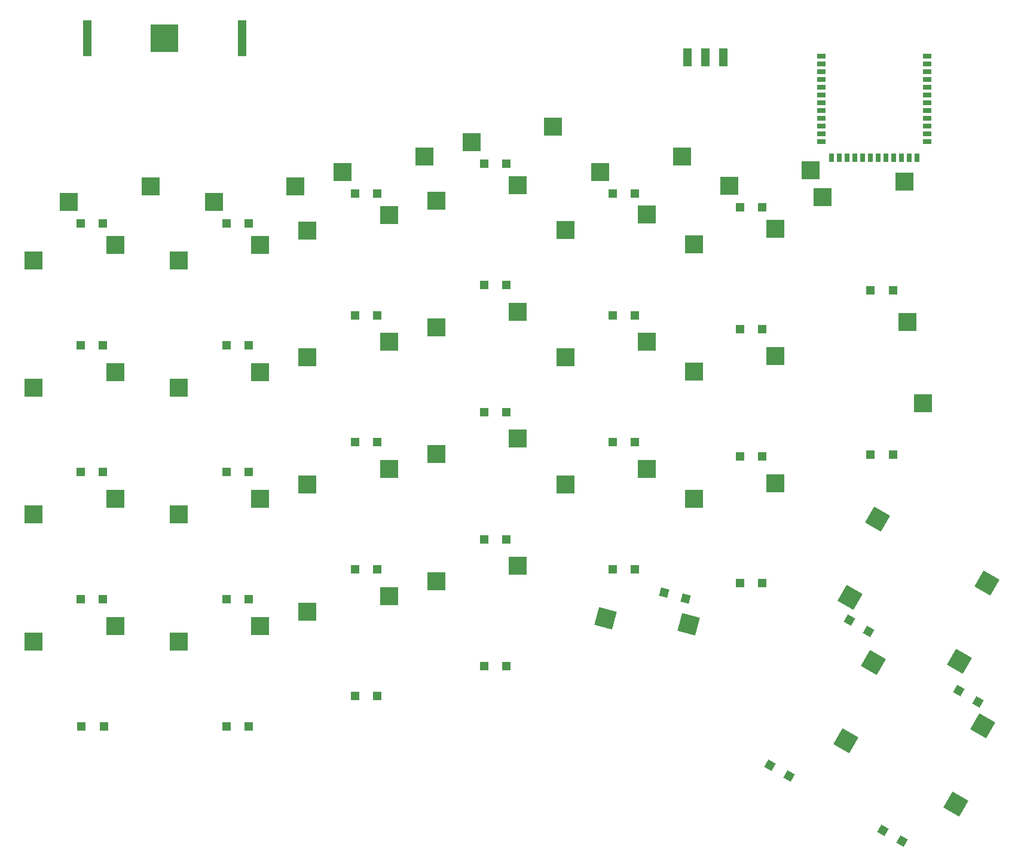
<source format=gtp>
G04 #@! TF.GenerationSoftware,KiCad,Pcbnew,7.0.2*
G04 #@! TF.CreationDate,2023-04-27T22:28:51+02:00*
G04 #@! TF.ProjectId,redox_rev1,7265646f-785f-4726-9576-312e6b696361,1.0*
G04 #@! TF.SameCoordinates,Original*
G04 #@! TF.FileFunction,Paste,Top*
G04 #@! TF.FilePolarity,Positive*
%FSLAX46Y46*%
G04 Gerber Fmt 4.6, Leading zero omitted, Abs format (unit mm)*
G04 Created by KiCad (PCBNEW 7.0.2) date 2023-04-27 22:28:51*
%MOMM*%
%LPD*%
G01*
G04 APERTURE LIST*
G04 Aperture macros list*
%AMRotRect*
0 Rectangle, with rotation*
0 The origin of the aperture is its center*
0 $1 length*
0 $2 width*
0 $3 Rotation angle, in degrees counterclockwise*
0 Add horizontal line*
21,1,$1,$2,0,0,$3*%
G04 Aperture macros list end*
%ADD10R,1.200000X1.200000*%
%ADD11RotRect,1.200000X1.200000X150.000000*%
%ADD12RotRect,1.200000X1.200000X165.000000*%
%ADD13R,2.600000X2.600000*%
%ADD14RotRect,2.600000X2.600000X60.000000*%
%ADD15RotRect,2.600000X2.600000X345.000000*%
%ADD16RotRect,2.600000X2.600000X240.000000*%
%ADD17R,1.198880X0.698500*%
%ADD18R,0.698500X1.198880*%
%ADD19R,1.270000X5.080000*%
%ADD20R,3.960000X3.960000*%
%ADD21R,1.250000X2.500000*%
G04 APERTURE END LIST*
D10*
X79470000Y-62800000D03*
X82620000Y-62800000D03*
X100120000Y-62800000D03*
X103270000Y-62800000D03*
X118370000Y-58550000D03*
X121520000Y-58550000D03*
X136620000Y-54300000D03*
X139770000Y-54300000D03*
X154870000Y-58550000D03*
X158020000Y-58550000D03*
X172870000Y-60550000D03*
X176020000Y-60550000D03*
X191370000Y-72300000D03*
X194520000Y-72300000D03*
X79470000Y-80050000D03*
X82620000Y-80050000D03*
X100120000Y-80050000D03*
X103270000Y-80050000D03*
X118370000Y-75800000D03*
X121520000Y-75800000D03*
X136620000Y-71550000D03*
X139770000Y-71550000D03*
X154870000Y-75800000D03*
X158020000Y-75800000D03*
X172870000Y-77800000D03*
X176020000Y-77800000D03*
X191370000Y-95550000D03*
X194520000Y-95550000D03*
X79470000Y-98050000D03*
X82620000Y-98050000D03*
X100120000Y-98050000D03*
X103270000Y-98050000D03*
X118370000Y-93800000D03*
X121520000Y-93800000D03*
X136620000Y-89550000D03*
X139770000Y-89550000D03*
X154870000Y-93800000D03*
X158020000Y-93800000D03*
X172870000Y-95800000D03*
X176020000Y-95800000D03*
D11*
X188370000Y-119050000D03*
X191097980Y-120625000D03*
D10*
X79470000Y-116050000D03*
X82620000Y-116050000D03*
X100120000Y-116050000D03*
X103270000Y-116050000D03*
X118370000Y-111800000D03*
X121520000Y-111800000D03*
X136620000Y-107550000D03*
X139770000Y-107550000D03*
X154870000Y-111800000D03*
X158020000Y-111800000D03*
X172870000Y-113800000D03*
X176020000Y-113800000D03*
D11*
X203870000Y-129050000D03*
X206597980Y-130625000D03*
D10*
X79620000Y-134050000D03*
X82770000Y-134050000D03*
X100120000Y-134050000D03*
X103270000Y-134050000D03*
X118370000Y-129800000D03*
X121520000Y-129800000D03*
X136620000Y-125550000D03*
X139770000Y-125550000D03*
D12*
X162098667Y-115142360D03*
X165141333Y-115957640D03*
D11*
X177120000Y-139550000D03*
X179847980Y-141125000D03*
X193120000Y-148800000D03*
X195847980Y-150375000D03*
D13*
X77820000Y-59750000D03*
X89370000Y-57550000D03*
X98370000Y-59750000D03*
X109920000Y-57550000D03*
X116595000Y-55550000D03*
X128145000Y-53350000D03*
X134845000Y-51300000D03*
X146395000Y-49100000D03*
X153095000Y-55550000D03*
X164645000Y-53350000D03*
X171345000Y-57500000D03*
X182895000Y-55300000D03*
X196145000Y-56850000D03*
X184595000Y-59050000D03*
X84370000Y-65850000D03*
X72820000Y-68050000D03*
X104920000Y-65850000D03*
X93370000Y-68050000D03*
X123170000Y-61600000D03*
X111620000Y-63800000D03*
X141420000Y-57350000D03*
X129870000Y-59550000D03*
X159670000Y-61550000D03*
X148120000Y-63750000D03*
X177895000Y-63600000D03*
X166345000Y-65800000D03*
X198820000Y-88325000D03*
X196620000Y-76775000D03*
X84370000Y-83850000D03*
X72820000Y-86050000D03*
X104920000Y-83850000D03*
X93370000Y-86050000D03*
X123170000Y-79600000D03*
X111620000Y-81800000D03*
X141420000Y-75300000D03*
X129870000Y-77500000D03*
X159670000Y-79600000D03*
X148120000Y-81800000D03*
X177895000Y-81600000D03*
X166345000Y-83800000D03*
D14*
X192354649Y-104738767D03*
X188484905Y-115841360D03*
D13*
X84370000Y-101850000D03*
X72820000Y-104050000D03*
X104920000Y-101850000D03*
X93370000Y-104050000D03*
X123170000Y-97600000D03*
X111620000Y-99800000D03*
X141420000Y-93300000D03*
X129870000Y-95500000D03*
X159670000Y-97600000D03*
X148120000Y-99800000D03*
X177895000Y-99600000D03*
X166345000Y-101800000D03*
D14*
X207854649Y-113738767D03*
X203984905Y-124841360D03*
D13*
X84370000Y-119850000D03*
X72820000Y-122050000D03*
X104920000Y-119850000D03*
X93370000Y-122050000D03*
X123170000Y-115600000D03*
X111620000Y-117800000D03*
X141420000Y-111300000D03*
X129870000Y-113500000D03*
D15*
X165573380Y-119650374D03*
X153847535Y-118786051D03*
D16*
X187885351Y-136111233D03*
X191755095Y-125008640D03*
X203426248Y-145111233D03*
X207295992Y-134008640D03*
D17*
X184371920Y-39077740D03*
X184371920Y-40177560D03*
X184371920Y-41277380D03*
X184371920Y-42377200D03*
X184371920Y-43477020D03*
X184371920Y-44576840D03*
X184371920Y-45676660D03*
X184371920Y-46776480D03*
X184371920Y-47876300D03*
X184371920Y-48976120D03*
X184371920Y-50075940D03*
X184371920Y-51175760D03*
D18*
X185822260Y-53525260D03*
X186922080Y-53525260D03*
X188021900Y-53525260D03*
X189121720Y-53525260D03*
X190221540Y-53525260D03*
X191321360Y-53525260D03*
X192418640Y-53525260D03*
X193518460Y-53525260D03*
X194618280Y-53525260D03*
X195718100Y-53525260D03*
X196817920Y-53525260D03*
X197917740Y-53525260D03*
D17*
X199368080Y-51175760D03*
X199368080Y-50075940D03*
X199368080Y-48976120D03*
X199368080Y-47876300D03*
X199368080Y-46776480D03*
X199368080Y-45676660D03*
X199368080Y-44576840D03*
X199368080Y-43477020D03*
X199368080Y-42377200D03*
X199368080Y-41277380D03*
X199368080Y-40177560D03*
X199368080Y-39077740D03*
D19*
X102370000Y-36550000D03*
X80400000Y-36550000D03*
D20*
X91385000Y-36550000D03*
D21*
X170470000Y-39300000D03*
X167970000Y-39300000D03*
X165470000Y-39300000D03*
M02*

</source>
